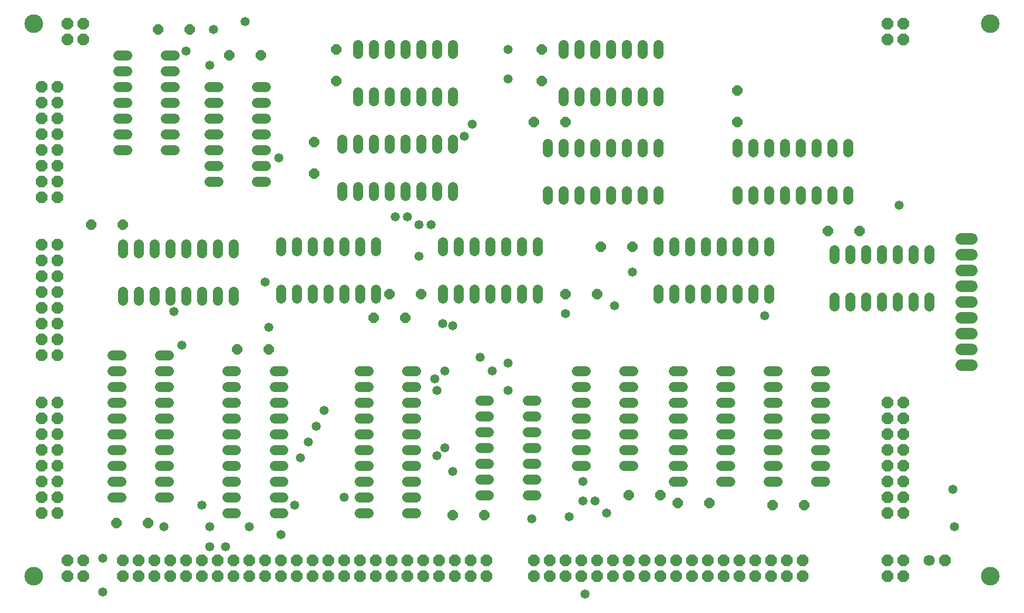
<source format=gbs>
G75*
%MOIN*%
%OFA0B0*%
%FSLAX24Y24*%
%IPPOS*%
%LPD*%
%AMOC8*
5,1,8,0,0,1.08239X$1,22.5*
%
%ADD10C,0.1180*%
%ADD11C,0.0640*%
%ADD12OC8,0.0640*%
%ADD13OC8,0.0710*%
%ADD14C,0.0710*%
%ADD15OC8,0.0720*%
%ADD16C,0.0720*%
%ADD17C,0.0580*%
D10*
X005265Y006140D03*
X005265Y041140D03*
X065765Y041140D03*
X065765Y006140D03*
D11*
X055295Y012140D02*
X054735Y012140D01*
X054735Y013140D02*
X055295Y013140D01*
X055295Y014140D02*
X054735Y014140D01*
X054735Y015140D02*
X055295Y015140D01*
X055295Y016140D02*
X054735Y016140D01*
X054735Y017140D02*
X055295Y017140D01*
X055295Y018140D02*
X054735Y018140D01*
X054735Y019140D02*
X055295Y019140D01*
X052295Y019140D02*
X051735Y019140D01*
X051735Y018140D02*
X052295Y018140D01*
X052295Y017140D02*
X051735Y017140D01*
X051735Y016140D02*
X052295Y016140D01*
X052295Y015140D02*
X051735Y015140D01*
X051735Y014140D02*
X052295Y014140D01*
X052295Y013140D02*
X051735Y013140D01*
X051735Y012140D02*
X052295Y012140D01*
X049295Y012140D02*
X048735Y012140D01*
X048735Y013140D02*
X049295Y013140D01*
X049295Y014140D02*
X048735Y014140D01*
X048735Y015140D02*
X049295Y015140D01*
X049295Y016140D02*
X048735Y016140D01*
X048735Y017140D02*
X049295Y017140D01*
X049295Y018140D02*
X048735Y018140D01*
X048735Y019140D02*
X049295Y019140D01*
X046295Y019140D02*
X045735Y019140D01*
X045735Y018140D02*
X046295Y018140D01*
X046295Y017140D02*
X045735Y017140D01*
X045735Y016140D02*
X046295Y016140D01*
X046295Y015140D02*
X045735Y015140D01*
X045735Y014140D02*
X046295Y014140D01*
X046295Y013140D02*
X045735Y013140D01*
X045735Y012140D02*
X046295Y012140D01*
X043170Y013140D02*
X042610Y013140D01*
X042610Y014140D02*
X043170Y014140D01*
X043170Y015140D02*
X042610Y015140D01*
X042610Y016140D02*
X043170Y016140D01*
X043170Y017140D02*
X042610Y017140D01*
X042610Y018140D02*
X043170Y018140D01*
X043170Y019140D02*
X042610Y019140D01*
X040170Y019140D02*
X039610Y019140D01*
X039610Y018140D02*
X040170Y018140D01*
X040170Y017140D02*
X039610Y017140D01*
X039610Y016140D02*
X040170Y016140D01*
X040170Y015140D02*
X039610Y015140D01*
X039610Y014140D02*
X040170Y014140D01*
X040170Y013140D02*
X039610Y013140D01*
X037045Y013265D02*
X036485Y013265D01*
X036485Y012265D02*
X037045Y012265D01*
X037045Y011265D02*
X036485Y011265D01*
X034045Y011265D02*
X033485Y011265D01*
X033485Y012265D02*
X034045Y012265D01*
X034045Y013265D02*
X033485Y013265D01*
X033485Y014265D02*
X034045Y014265D01*
X034045Y015265D02*
X033485Y015265D01*
X033485Y016265D02*
X034045Y016265D01*
X034045Y017265D02*
X033485Y017265D01*
X036485Y017265D02*
X037045Y017265D01*
X037045Y016265D02*
X036485Y016265D01*
X036485Y015265D02*
X037045Y015265D01*
X037045Y014265D02*
X036485Y014265D01*
X029420Y014140D02*
X028860Y014140D01*
X028860Y013140D02*
X029420Y013140D01*
X029420Y012140D02*
X028860Y012140D01*
X028860Y011140D02*
X029420Y011140D01*
X029420Y010140D02*
X028860Y010140D01*
X026420Y010140D02*
X025860Y010140D01*
X025860Y011140D02*
X026420Y011140D01*
X026420Y012140D02*
X025860Y012140D01*
X025860Y013140D02*
X026420Y013140D01*
X026420Y014140D02*
X025860Y014140D01*
X025860Y015140D02*
X026420Y015140D01*
X026420Y016140D02*
X025860Y016140D01*
X025860Y017140D02*
X026420Y017140D01*
X026420Y018140D02*
X025860Y018140D01*
X025860Y019140D02*
X026420Y019140D01*
X028860Y019140D02*
X029420Y019140D01*
X029420Y018140D02*
X028860Y018140D01*
X028860Y017140D02*
X029420Y017140D01*
X029420Y016140D02*
X028860Y016140D01*
X028860Y015140D02*
X029420Y015140D01*
X021045Y015140D02*
X020485Y015140D01*
X020485Y016140D02*
X021045Y016140D01*
X021045Y017140D02*
X020485Y017140D01*
X020485Y018140D02*
X021045Y018140D01*
X021045Y019140D02*
X020485Y019140D01*
X018045Y019140D02*
X017485Y019140D01*
X017485Y018140D02*
X018045Y018140D01*
X018045Y017140D02*
X017485Y017140D01*
X017485Y016140D02*
X018045Y016140D01*
X018045Y015140D02*
X017485Y015140D01*
X017485Y014140D02*
X018045Y014140D01*
X018045Y013140D02*
X017485Y013140D01*
X017485Y012140D02*
X018045Y012140D01*
X018045Y011140D02*
X017485Y011140D01*
X017485Y010140D02*
X018045Y010140D01*
X020485Y010140D02*
X021045Y010140D01*
X021045Y011140D02*
X020485Y011140D01*
X020485Y012140D02*
X021045Y012140D01*
X021045Y013140D02*
X020485Y013140D01*
X020485Y014140D02*
X021045Y014140D01*
X013795Y014140D02*
X013235Y014140D01*
X013235Y013140D02*
X013795Y013140D01*
X013795Y012140D02*
X013235Y012140D01*
X013235Y011140D02*
X013795Y011140D01*
X010795Y011140D02*
X010235Y011140D01*
X010235Y012140D02*
X010795Y012140D01*
X010795Y013140D02*
X010235Y013140D01*
X010235Y014140D02*
X010795Y014140D01*
X010795Y015140D02*
X010235Y015140D01*
X010235Y016140D02*
X010795Y016140D01*
X010795Y017140D02*
X010235Y017140D01*
X010235Y018140D02*
X010795Y018140D01*
X010795Y019140D02*
X010235Y019140D01*
X010235Y020140D02*
X010795Y020140D01*
X013235Y020140D02*
X013795Y020140D01*
X013795Y019140D02*
X013235Y019140D01*
X013235Y018140D02*
X013795Y018140D01*
X013795Y017140D02*
X013235Y017140D01*
X013235Y016140D02*
X013795Y016140D01*
X013795Y015140D02*
X013235Y015140D01*
X012890Y023610D02*
X012890Y024170D01*
X013890Y024170D02*
X013890Y023610D01*
X014890Y023610D02*
X014890Y024170D01*
X015890Y024170D02*
X015890Y023610D01*
X016890Y023610D02*
X016890Y024170D01*
X017890Y024170D02*
X017890Y023610D01*
X020890Y023735D02*
X020890Y024295D01*
X021890Y024295D02*
X021890Y023735D01*
X022890Y023735D02*
X022890Y024295D01*
X023890Y024295D02*
X023890Y023735D01*
X024890Y023735D02*
X024890Y024295D01*
X025890Y024295D02*
X025890Y023735D01*
X026890Y023735D02*
X026890Y024295D01*
X026890Y026735D02*
X026890Y027295D01*
X025890Y027295D02*
X025890Y026735D01*
X024890Y026735D02*
X024890Y027295D01*
X023890Y027295D02*
X023890Y026735D01*
X022890Y026735D02*
X022890Y027295D01*
X021890Y027295D02*
X021890Y026735D01*
X020890Y026735D02*
X020890Y027295D01*
X017890Y027170D02*
X017890Y026610D01*
X016890Y026610D02*
X016890Y027170D01*
X015890Y027170D02*
X015890Y026610D01*
X014890Y026610D02*
X014890Y027170D01*
X013890Y027170D02*
X013890Y026610D01*
X012890Y026610D02*
X012890Y027170D01*
X011890Y027170D02*
X011890Y026610D01*
X010890Y026610D02*
X010890Y027170D01*
X010890Y024170D02*
X010890Y023610D01*
X011890Y023610D02*
X011890Y024170D01*
X016360Y031140D02*
X016920Y031140D01*
X016920Y032140D02*
X016360Y032140D01*
X016360Y033140D02*
X016920Y033140D01*
X016920Y034140D02*
X016360Y034140D01*
X016360Y035140D02*
X016920Y035140D01*
X016920Y036140D02*
X016360Y036140D01*
X016360Y037140D02*
X016920Y037140D01*
X019360Y037140D02*
X019920Y037140D01*
X019920Y036140D02*
X019360Y036140D01*
X019360Y035140D02*
X019920Y035140D01*
X019920Y034140D02*
X019360Y034140D01*
X019360Y033140D02*
X019920Y033140D01*
X019920Y032140D02*
X019360Y032140D01*
X019360Y031140D02*
X019920Y031140D01*
X024765Y030795D02*
X024765Y030235D01*
X025765Y030235D02*
X025765Y030795D01*
X026765Y030795D02*
X026765Y030235D01*
X027765Y030235D02*
X027765Y030795D01*
X028765Y030795D02*
X028765Y030235D01*
X029765Y030235D02*
X029765Y030795D01*
X030765Y030795D02*
X030765Y030235D01*
X031765Y030235D02*
X031765Y030795D01*
X031765Y033235D02*
X031765Y033795D01*
X030765Y033795D02*
X030765Y033235D01*
X029765Y033235D02*
X029765Y033795D01*
X028765Y033795D02*
X028765Y033235D01*
X027765Y033235D02*
X027765Y033795D01*
X026765Y033795D02*
X026765Y033235D01*
X025765Y033235D02*
X025765Y033795D01*
X024765Y033795D02*
X024765Y033235D01*
X025765Y036235D02*
X025765Y036795D01*
X026765Y036795D02*
X026765Y036235D01*
X027765Y036235D02*
X027765Y036795D01*
X028765Y036795D02*
X028765Y036235D01*
X029765Y036235D02*
X029765Y036795D01*
X030765Y036795D02*
X030765Y036235D01*
X031765Y036235D02*
X031765Y036795D01*
X031765Y039235D02*
X031765Y039795D01*
X030765Y039795D02*
X030765Y039235D01*
X029765Y039235D02*
X029765Y039795D01*
X028765Y039795D02*
X028765Y039235D01*
X027765Y039235D02*
X027765Y039795D01*
X026765Y039795D02*
X026765Y039235D01*
X025765Y039235D02*
X025765Y039795D01*
X014170Y039140D02*
X013610Y039140D01*
X013610Y038140D02*
X014170Y038140D01*
X014170Y037140D02*
X013610Y037140D01*
X013610Y036140D02*
X014170Y036140D01*
X014170Y035140D02*
X013610Y035140D01*
X013610Y034140D02*
X014170Y034140D01*
X014170Y033140D02*
X013610Y033140D01*
X011170Y033140D02*
X010610Y033140D01*
X010610Y034140D02*
X011170Y034140D01*
X011170Y035140D02*
X010610Y035140D01*
X010610Y036140D02*
X011170Y036140D01*
X011170Y037140D02*
X010610Y037140D01*
X010610Y038140D02*
X011170Y038140D01*
X011170Y039140D02*
X010610Y039140D01*
X031140Y027295D02*
X031140Y026735D01*
X032140Y026735D02*
X032140Y027295D01*
X033140Y027295D02*
X033140Y026735D01*
X034140Y026735D02*
X034140Y027295D01*
X035140Y027295D02*
X035140Y026735D01*
X036140Y026735D02*
X036140Y027295D01*
X037140Y027295D02*
X037140Y026735D01*
X037140Y024295D02*
X037140Y023735D01*
X036140Y023735D02*
X036140Y024295D01*
X035140Y024295D02*
X035140Y023735D01*
X034140Y023735D02*
X034140Y024295D01*
X033140Y024295D02*
X033140Y023735D01*
X032140Y023735D02*
X032140Y024295D01*
X031140Y024295D02*
X031140Y023735D01*
X037765Y029985D02*
X037765Y030545D01*
X038765Y030545D02*
X038765Y029985D01*
X039765Y029985D02*
X039765Y030545D01*
X040765Y030545D02*
X040765Y029985D01*
X041765Y029985D02*
X041765Y030545D01*
X042765Y030545D02*
X042765Y029985D01*
X043765Y029985D02*
X043765Y030545D01*
X044765Y030545D02*
X044765Y029985D01*
X044765Y027295D02*
X044765Y026735D01*
X045765Y026735D02*
X045765Y027295D01*
X046765Y027295D02*
X046765Y026735D01*
X047765Y026735D02*
X047765Y027295D01*
X048765Y027295D02*
X048765Y026735D01*
X049765Y026735D02*
X049765Y027295D01*
X050765Y027295D02*
X050765Y026735D01*
X051765Y026735D02*
X051765Y027295D01*
X055890Y026795D02*
X055890Y026235D01*
X056890Y026235D02*
X056890Y026795D01*
X057890Y026795D02*
X057890Y026235D01*
X058890Y026235D02*
X058890Y026795D01*
X059890Y026795D02*
X059890Y026235D01*
X060890Y026235D02*
X060890Y026795D01*
X061890Y026795D02*
X061890Y026235D01*
X061890Y023795D02*
X061890Y023235D01*
X060890Y023235D02*
X060890Y023795D01*
X059890Y023795D02*
X059890Y023235D01*
X058890Y023235D02*
X058890Y023795D01*
X057890Y023795D02*
X057890Y023235D01*
X056890Y023235D02*
X056890Y023795D01*
X055890Y023795D02*
X055890Y023235D01*
X051765Y023735D02*
X051765Y024295D01*
X050765Y024295D02*
X050765Y023735D01*
X049765Y023735D02*
X049765Y024295D01*
X048765Y024295D02*
X048765Y023735D01*
X047765Y023735D02*
X047765Y024295D01*
X046765Y024295D02*
X046765Y023735D01*
X045765Y023735D02*
X045765Y024295D01*
X044765Y024295D02*
X044765Y023735D01*
X049765Y029985D02*
X049765Y030545D01*
X050765Y030545D02*
X050765Y029985D01*
X051765Y029985D02*
X051765Y030545D01*
X052765Y030545D02*
X052765Y029985D01*
X053765Y029985D02*
X053765Y030545D01*
X054765Y030545D02*
X054765Y029985D01*
X055765Y029985D02*
X055765Y030545D01*
X056765Y030545D02*
X056765Y029985D01*
X056765Y032985D02*
X056765Y033545D01*
X055765Y033545D02*
X055765Y032985D01*
X054765Y032985D02*
X054765Y033545D01*
X053765Y033545D02*
X053765Y032985D01*
X052765Y032985D02*
X052765Y033545D01*
X051765Y033545D02*
X051765Y032985D01*
X050765Y032985D02*
X050765Y033545D01*
X049765Y033545D02*
X049765Y032985D01*
X044765Y032985D02*
X044765Y033545D01*
X043765Y033545D02*
X043765Y032985D01*
X042765Y032985D02*
X042765Y033545D01*
X041765Y033545D02*
X041765Y032985D01*
X040765Y032985D02*
X040765Y033545D01*
X039765Y033545D02*
X039765Y032985D01*
X038765Y032985D02*
X038765Y033545D01*
X037765Y033545D02*
X037765Y032985D01*
X038765Y036235D02*
X038765Y036795D01*
X039765Y036795D02*
X039765Y036235D01*
X040765Y036235D02*
X040765Y036795D01*
X041765Y036795D02*
X041765Y036235D01*
X042765Y036235D02*
X042765Y036795D01*
X043765Y036795D02*
X043765Y036235D01*
X044765Y036235D02*
X044765Y036795D01*
X044765Y039235D02*
X044765Y039795D01*
X043765Y039795D02*
X043765Y039235D01*
X042765Y039235D02*
X042765Y039795D01*
X041765Y039795D02*
X041765Y039235D01*
X040765Y039235D02*
X040765Y039795D01*
X039765Y039795D02*
X039765Y039235D01*
X038765Y039235D02*
X038765Y039795D01*
D12*
X037390Y039515D03*
X037390Y037515D03*
X036890Y034890D03*
X038890Y034890D03*
X041140Y027015D03*
X043140Y027015D03*
X040890Y024015D03*
X038890Y024015D03*
X029765Y024015D03*
X027765Y024015D03*
X026765Y022515D03*
X028765Y022515D03*
X020140Y020515D03*
X018140Y020515D03*
X010890Y028390D03*
X008890Y028390D03*
X023015Y031640D03*
X023015Y033640D03*
X024390Y037515D03*
X024390Y039515D03*
X019640Y039140D03*
X017640Y039140D03*
X015140Y040765D03*
X013140Y040765D03*
X049765Y036890D03*
X049765Y034890D03*
X055515Y028015D03*
X057515Y028015D03*
X044890Y011265D03*
X046015Y010765D03*
X048015Y010765D03*
X052015Y010640D03*
X054015Y010640D03*
X042890Y011265D03*
X033765Y010015D03*
X031765Y010015D03*
X012515Y009515D03*
X010515Y009515D03*
D13*
X062890Y007140D03*
D14*
X061890Y007140D03*
D15*
X060265Y007140D03*
X059265Y007140D03*
X059265Y006140D03*
X060265Y006140D03*
X060265Y010140D03*
X059265Y010140D03*
X059265Y011140D03*
X060265Y011140D03*
X060265Y012140D03*
X059265Y012140D03*
X059265Y013140D03*
X060265Y013140D03*
X060265Y014140D03*
X059265Y014140D03*
X059265Y015140D03*
X060265Y015140D03*
X060265Y016140D03*
X059265Y016140D03*
X059265Y017140D03*
X060265Y017140D03*
X053890Y007140D03*
X053890Y006140D03*
X052890Y006140D03*
X051890Y006140D03*
X051890Y007140D03*
X052890Y007140D03*
X050890Y007140D03*
X049890Y007140D03*
X049890Y006140D03*
X050890Y006140D03*
X048890Y006140D03*
X047890Y006140D03*
X046890Y006140D03*
X046890Y007140D03*
X047890Y007140D03*
X048890Y007140D03*
X045890Y007140D03*
X044890Y007140D03*
X044890Y006140D03*
X045890Y006140D03*
X043890Y006140D03*
X042890Y006140D03*
X041890Y006140D03*
X041890Y007140D03*
X042890Y007140D03*
X043890Y007140D03*
X040890Y007140D03*
X039890Y007140D03*
X039890Y006140D03*
X040890Y006140D03*
X038890Y006140D03*
X037890Y006140D03*
X036890Y006140D03*
X036890Y007140D03*
X037890Y007140D03*
X038890Y007140D03*
X033890Y007140D03*
X032890Y007140D03*
X032890Y006140D03*
X033890Y006140D03*
X031890Y006140D03*
X030890Y006140D03*
X029890Y006140D03*
X029890Y007140D03*
X030890Y007140D03*
X031890Y007140D03*
X028890Y007140D03*
X027890Y007140D03*
X027890Y006140D03*
X028890Y006140D03*
X026890Y006140D03*
X025890Y006140D03*
X024890Y006140D03*
X024890Y007140D03*
X025890Y007140D03*
X026890Y007140D03*
X023890Y007140D03*
X022890Y007140D03*
X022890Y006140D03*
X023890Y006140D03*
X021890Y006140D03*
X020890Y006140D03*
X019890Y006140D03*
X019890Y007140D03*
X020890Y007140D03*
X021890Y007140D03*
X018890Y007140D03*
X017890Y007140D03*
X017890Y006140D03*
X018890Y006140D03*
X016890Y006140D03*
X015890Y006140D03*
X015890Y007140D03*
X016890Y007140D03*
X014890Y007140D03*
X013890Y007140D03*
X012890Y007140D03*
X012890Y006140D03*
X013890Y006140D03*
X014890Y006140D03*
X011890Y006140D03*
X010890Y006140D03*
X010890Y007140D03*
X011890Y007140D03*
X008390Y007140D03*
X007390Y007140D03*
X007390Y006140D03*
X008390Y006140D03*
X006765Y010140D03*
X005765Y010140D03*
X005765Y011140D03*
X006765Y011140D03*
X006765Y012140D03*
X005765Y012140D03*
X005765Y013140D03*
X006765Y013140D03*
X006765Y014140D03*
X005765Y014140D03*
X005765Y015140D03*
X006765Y015140D03*
X006765Y016140D03*
X005765Y016140D03*
X005765Y017140D03*
X006765Y017140D03*
X006765Y020140D03*
X005765Y020140D03*
X005765Y021140D03*
X006765Y021140D03*
X006765Y022140D03*
X005765Y022140D03*
X005765Y023140D03*
X006765Y023140D03*
X006765Y024140D03*
X005765Y024140D03*
X005765Y025140D03*
X006765Y025140D03*
X006765Y026140D03*
X005765Y026140D03*
X005765Y027140D03*
X006765Y027140D03*
X006765Y030140D03*
X005765Y030140D03*
X005765Y031140D03*
X006765Y031140D03*
X006765Y032140D03*
X005765Y032140D03*
X005765Y033140D03*
X006765Y033140D03*
X006765Y034140D03*
X005765Y034140D03*
X005765Y035140D03*
X006765Y035140D03*
X006765Y036140D03*
X005765Y036140D03*
X005765Y037140D03*
X006765Y037140D03*
X007390Y040140D03*
X008390Y040140D03*
X008390Y041140D03*
X007390Y041140D03*
X059265Y041140D03*
X060265Y041140D03*
X060265Y040140D03*
X059265Y040140D03*
D16*
X063945Y027515D02*
X064585Y027515D01*
X064585Y026515D02*
X063945Y026515D01*
X063945Y025515D02*
X064585Y025515D01*
X064585Y024515D02*
X063945Y024515D01*
X063945Y023515D02*
X064585Y023515D01*
X064585Y022515D02*
X063945Y022515D01*
X063945Y021515D02*
X064585Y021515D01*
X064585Y020515D02*
X063945Y020515D01*
X063945Y019515D02*
X064585Y019515D01*
D17*
X063390Y011640D03*
X063515Y009265D03*
X051515Y022640D03*
X043140Y025390D03*
X042015Y023265D03*
X038890Y022765D03*
X035265Y019640D03*
X034265Y019140D03*
X033515Y020015D03*
X031265Y019140D03*
X030640Y018640D03*
X030765Y017890D03*
X035265Y017890D03*
X031265Y014265D03*
X030765Y013765D03*
X031765Y012765D03*
X036765Y009765D03*
X039140Y009890D03*
X040015Y010890D03*
X040765Y010890D03*
X041515Y010140D03*
X040015Y012140D03*
X040140Y005015D03*
X024890Y011140D03*
X021765Y010640D03*
X020890Y008765D03*
X018890Y009265D03*
X017390Y008015D03*
X016390Y008015D03*
X016390Y009265D03*
X015890Y010640D03*
X013515Y009265D03*
X009640Y007265D03*
X009640Y005140D03*
X022140Y013640D03*
X022640Y014640D03*
X023140Y015640D03*
X023640Y016640D03*
X020140Y021890D03*
X019890Y024765D03*
X014640Y020765D03*
X014140Y022890D03*
X028140Y028890D03*
X028890Y028890D03*
X029640Y028390D03*
X030390Y028390D03*
X029640Y026390D03*
X031140Y022140D03*
X031765Y022015D03*
X020765Y032640D03*
X016390Y038515D03*
X014890Y039390D03*
X016640Y040765D03*
X018640Y041265D03*
X032515Y034015D03*
X033015Y034765D03*
X035265Y037640D03*
X035265Y039515D03*
X060015Y029640D03*
M02*

</source>
